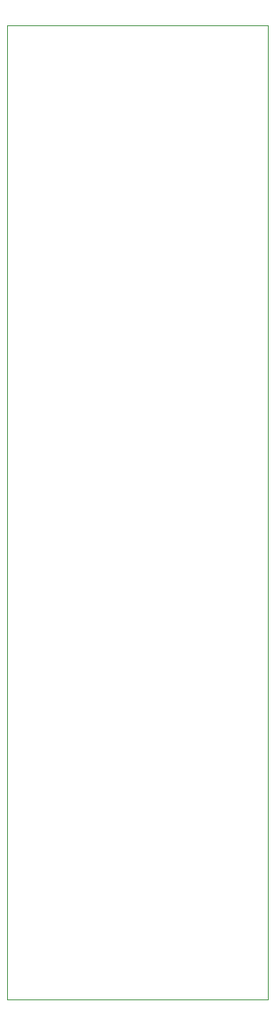
<source format=gm1>
G04 #@! TF.GenerationSoftware,KiCad,Pcbnew,(6.0.1)*
G04 #@! TF.CreationDate,2022-08-30T15:24:38-04:00*
G04 #@! TF.ProjectId,ITX-BKOUT,4954582d-424b-44f5-9554-2e6b69636164,1*
G04 #@! TF.SameCoordinates,Original*
G04 #@! TF.FileFunction,Profile,NP*
%FSLAX46Y46*%
G04 Gerber Fmt 4.6, Leading zero omitted, Abs format (unit mm)*
G04 Created by KiCad (PCBNEW (6.0.1)) date 2022-08-30 15:24:38*
%MOMM*%
%LPD*%
G01*
G04 APERTURE LIST*
G04 #@! TA.AperFunction,Profile*
%ADD10C,0.100000*%
G04 #@! TD*
G04 APERTURE END LIST*
D10*
X124460000Y-50800000D02*
X152400000Y-50800000D01*
X152400000Y-50800000D02*
X152400000Y-154940000D01*
X152400000Y-154940000D02*
X124460000Y-154940000D01*
X124460000Y-154940000D02*
X124460000Y-50800000D01*
M02*

</source>
